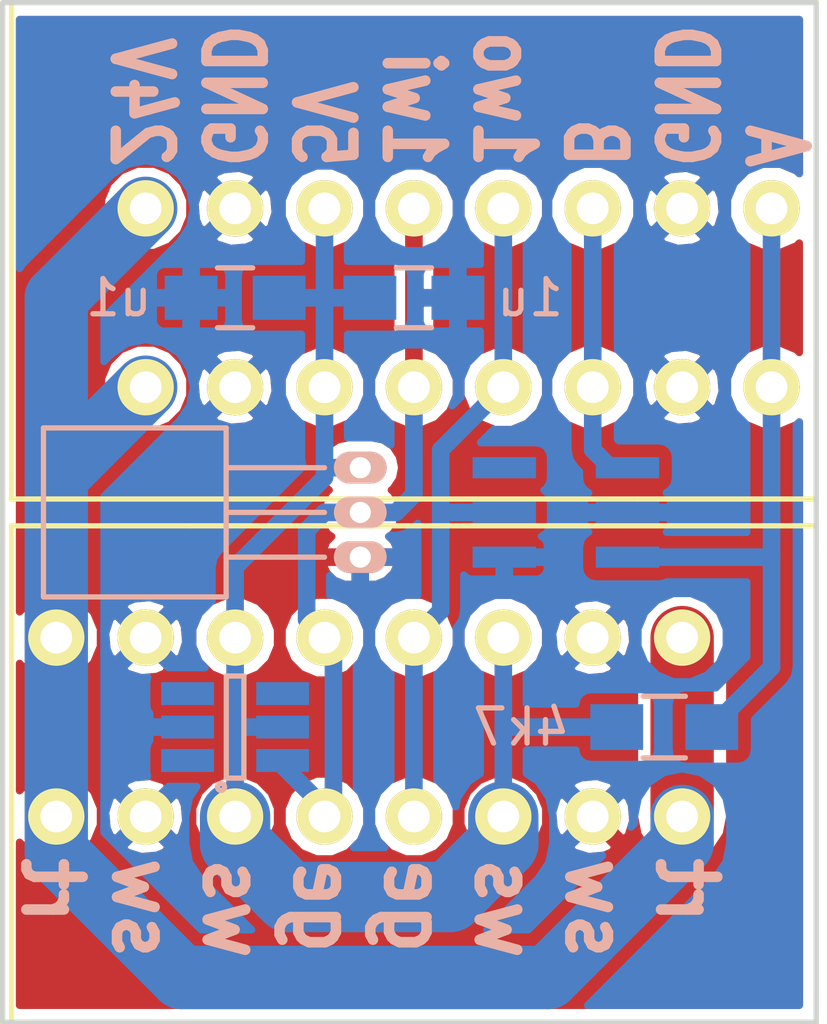
<source format=kicad_pcb>
(kicad_pcb (version 4) (host pcbnew 4.0.0-stable)

  (general
    (links 42)
    (no_connects 0)
    (area 138.100999 90.094999 161.365001 119.201001)
    (thickness 1.6)
    (drawings 8)
    (tracks 62)
    (zones 0)
    (modules 8)
    (nets 8)
  )

  (page A4)
  (layers
    (0 F.Cu signal hide)
    (31 B.Cu signal)
    (32 B.Adhes user hide)
    (33 F.Adhes user hide)
    (34 B.Paste user)
    (35 F.Paste user)
    (36 B.SilkS user)
    (37 F.SilkS user)
    (38 B.Mask user hide)
    (39 F.Mask user hide)
    (40 Dwgs.User user hide)
    (41 Cmts.User user)
    (42 Eco1.User user hide)
    (43 Eco2.User user)
    (44 Edge.Cuts user)
    (45 Margin user)
    (46 B.CrtYd user)
    (47 F.CrtYd user)
    (48 B.Fab user)
    (49 F.Fab user)
  )

  (setup
    (last_trace_width 0.5)
    (user_trace_width 0.5)
    (user_trace_width 1.8)
    (user_trace_width 2)
    (trace_clearance 0.2)
    (zone_clearance 0.3)
    (zone_45_only no)
    (trace_min 0.2)
    (segment_width 0.2)
    (edge_width 0.15)
    (via_size 0.6)
    (via_drill 0.4)
    (via_min_size 0.4)
    (via_min_drill 0.3)
    (uvia_size 0.3)
    (uvia_drill 0.1)
    (uvias_allowed no)
    (uvia_min_size 0.2)
    (uvia_min_drill 0.1)
    (pcb_text_width 0.3)
    (pcb_text_size 1.5 1.5)
    (mod_edge_width 0.15)
    (mod_text_size 1 1)
    (mod_text_width 0.15)
    (pad_size 1.524 1.524)
    (pad_drill 0.762)
    (pad_to_mask_clearance 0.2)
    (aux_axis_origin 0 0)
    (visible_elements 7FFFFF7F)
    (pcbplotparams
      (layerselection 0x010fc_80000001)
      (usegerberextensions false)
      (excludeedgelayer true)
      (linewidth 0.100000)
      (plotframeref false)
      (viasonmask false)
      (mode 1)
      (useauxorigin false)
      (hpglpennumber 1)
      (hpglpenspeed 20)
      (hpglpendiameter 15)
      (hpglpenoverlay 2)
      (psnegative false)
      (psa4output false)
      (plotreference false)
      (plotvalue false)
      (plotinvisibletext false)
      (padsonsilk false)
      (subtractmaskfromsilk true)
      (outputformat 1)
      (mirror false)
      (drillshape 0)
      (scaleselection 1)
      (outputdirectory gerber/))
  )

  (net 0 "")
  (net 1 GND)
  (net 2 +5V)
  (net 3 +24V)
  (net 4 /A)
  (net 5 /B)
  (net 6 /1Wi)
  (net 7 /1Wo)

  (net_class Default "Dies ist die voreingestellte Netzklasse."
    (clearance 0.2)
    (trace_width 0.25)
    (via_dia 0.6)
    (via_drill 0.4)
    (uvia_dia 0.3)
    (uvia_drill 0.1)
    (add_net +5V)
    (add_net /1Wi)
    (add_net /1Wo)
    (add_net GND)
  )

  (net_class 24V ""
    (clearance 0.35)
    (trace_width 0.25)
    (via_dia 0.6)
    (via_drill 0.4)
    (uvia_dia 0.3)
    (uvia_drill 0.1)
    (add_net +24V)
    (add_net /A)
    (add_net /B)
  )

  (module Capacitors_SMD:C_0805_HandSoldering (layer B.Cu) (tedit 57616163) (tstamp 57613838)
    (at 149.86 98.552)
    (descr "Capacitor SMD 0805, hand soldering")
    (tags "capacitor 0805")
    (path /57613F0A)
    (attr smd)
    (fp_text reference C1 (at 0 2.1) (layer B.SilkS) hide
      (effects (font (size 1 1) (thickness 0.15)) (justify mirror))
    )
    (fp_text value 1u (at 3.302 0) (layer B.SilkS)
      (effects (font (size 1 1) (thickness 0.15)) (justify mirror))
    )
    (fp_line (start -2.3 1) (end 2.3 1) (layer B.CrtYd) (width 0.05))
    (fp_line (start -2.3 -1) (end 2.3 -1) (layer B.CrtYd) (width 0.05))
    (fp_line (start -2.3 1) (end -2.3 -1) (layer B.CrtYd) (width 0.05))
    (fp_line (start 2.3 1) (end 2.3 -1) (layer B.CrtYd) (width 0.05))
    (fp_line (start 0.5 0.85) (end -0.5 0.85) (layer B.SilkS) (width 0.15))
    (fp_line (start -0.5 -0.85) (end 0.5 -0.85) (layer B.SilkS) (width 0.15))
    (pad 1 smd rect (at -1.25 0) (size 1.5 1.25) (layers B.Cu B.Paste B.Mask)
      (net 2 +5V))
    (pad 2 smd rect (at 1.25 0) (size 1.5 1.25) (layers B.Cu B.Paste B.Mask)
      (net 1 GND))
    (model Capacitors_SMD.3dshapes/C_0805_HandSoldering.wrl
      (at (xyz 0 0 0))
      (scale (xyz 1 1 1))
      (rotate (xyz 0 0 0))
    )
  )

  (module Capacitors_SMD:C_0805_HandSoldering (layer B.Cu) (tedit 57616168) (tstamp 5761383E)
    (at 144.78 98.552 180)
    (descr "Capacitor SMD 0805, hand soldering")
    (tags "capacitor 0805")
    (path /57614041)
    (attr smd)
    (fp_text reference C2 (at 0 2.1 180) (layer B.SilkS) hide
      (effects (font (size 1 1) (thickness 0.15)) (justify mirror))
    )
    (fp_text value u1 (at 3.302 0 180) (layer B.SilkS)
      (effects (font (size 1 1) (thickness 0.15)) (justify mirror))
    )
    (fp_line (start -2.3 1) (end 2.3 1) (layer B.CrtYd) (width 0.05))
    (fp_line (start -2.3 -1) (end 2.3 -1) (layer B.CrtYd) (width 0.05))
    (fp_line (start -2.3 1) (end -2.3 -1) (layer B.CrtYd) (width 0.05))
    (fp_line (start 2.3 1) (end 2.3 -1) (layer B.CrtYd) (width 0.05))
    (fp_line (start 0.5 0.85) (end -0.5 0.85) (layer B.SilkS) (width 0.15))
    (fp_line (start -0.5 -0.85) (end 0.5 -0.85) (layer B.SilkS) (width 0.15))
    (pad 1 smd rect (at -1.25 0 180) (size 1.5 1.25) (layers B.Cu B.Paste B.Mask)
      (net 2 +5V))
    (pad 2 smd rect (at 1.25 0 180) (size 1.5 1.25) (layers B.Cu B.Paste B.Mask)
      (net 1 GND))
    (model Capacitors_SMD.3dshapes/C_0805_HandSoldering.wrl
      (at (xyz 0 0 0))
      (scale (xyz 1 1 1))
      (rotate (xyz 0 0 0))
    )
  )

  (module sensact:KF141R-8p (layer F.Cu) (tedit 57616124) (tstamp 5761383F)
    (at 148.59 110.744)
    (path /56B0D7D4)
    (fp_text reference P1 (at -0.381 -0.127) (layer F.SilkS) hide
      (effects (font (size 1.5 1.5) (thickness 0.15)))
    )
    (fp_text value LOOP (at 0 9.779) (layer F.SilkS) hide
      (effects (font (size 1.5 1.5) (thickness 0.15)))
    )
    (fp_line (start 5.08 8.509) (end 12.7 8.509) (layer F.SilkS) (width 0.15))
    (fp_line (start 12.7 8.509) (end 12.7 7.62) (layer F.SilkS) (width 0.15))
    (fp_line (start 5.08 -5.715) (end 12.7 -5.715) (layer F.SilkS) (width 0.15))
    (fp_line (start 12.7 -5.715) (end 12.7 -5.08) (layer F.SilkS) (width 0.15))
    (fp_line (start 12.7 -5.08) (end 12.7 7.62) (layer F.SilkS) (width 0.15))
    (fp_line (start -5.08 8.509) (end -10.16 8.509) (layer F.SilkS) (width 0.15))
    (fp_line (start -10.16 8.509) (end -10.16 -5.715) (layer F.SilkS) (width 0.15))
    (fp_line (start -10.16 -5.715) (end -5.08 -5.715) (layer F.SilkS) (width 0.15))
    (fp_line (start 5.08 -5.715) (end -5.08 -5.715) (layer F.SilkS) (width 0.15))
    (fp_line (start 5.08 8.509) (end -5.08 8.509) (layer F.SilkS) (width 0.15))
    (pad 2 thru_hole circle (at -6.35 -2.54) (size 1.6 1.6) (drill 0.9) (layers *.Cu *.Mask F.SilkS)
      (net 1 GND))
    (pad 2 thru_hole circle (at -6.35 2.54) (size 1.6 1.6) (drill 0.9) (layers *.Cu *.Mask F.SilkS)
      (net 1 GND))
    (pad 3 thru_hole circle (at -3.81 -2.54) (size 1.6 1.6) (drill 0.9) (layers *.Cu *.Mask F.SilkS)
      (net 2 +5V))
    (pad 3 thru_hole circle (at -3.81 2.54) (size 1.6 1.6) (drill 0.9) (layers *.Cu *.Mask F.SilkS)
      (net 2 +5V))
    (pad 1 thru_hole circle (at -8.89 2.54) (size 1.6 1.6) (drill 0.9) (layers *.Cu *.Mask F.SilkS)
      (net 3 +24V))
    (pad 1 thru_hole circle (at -8.89 -2.54) (size 1.6 1.6) (drill 0.9) (layers *.Cu *.Mask F.SilkS)
      (net 3 +24V))
    (pad 4 thru_hole circle (at -1.27 2.54) (size 1.6 1.6) (drill 0.9) (layers *.Cu *.Mask F.SilkS)
      (net 6 /1Wi))
    (pad 4 thru_hole circle (at -1.27 -2.54) (size 1.6 1.6) (drill 0.9) (layers *.Cu *.Mask F.SilkS)
      (net 6 /1Wi))
    (pad 5 thru_hole circle (at 1.27 2.54) (size 1.6 1.6) (drill 0.9) (layers *.Cu *.Mask F.SilkS)
      (net 7 /1Wo))
    (pad 6 thru_hole circle (at 3.81 2.54) (size 1.6 1.6) (drill 0.9) (layers *.Cu *.Mask F.SilkS)
      (net 2 +5V))
    (pad 7 thru_hole circle (at 6.35 2.54) (size 1.6 1.6) (drill 0.9) (layers *.Cu *.Mask F.SilkS)
      (net 1 GND))
    (pad 8 thru_hole circle (at 8.89 2.54) (size 1.6 1.6) (drill 0.9) (layers *.Cu *.Mask F.SilkS)
      (net 3 +24V))
    (pad 5 thru_hole circle (at 1.27 -2.54) (size 1.6 1.6) (drill 0.9) (layers *.Cu *.Mask F.SilkS)
      (net 7 /1Wo))
    (pad 6 thru_hole circle (at 3.81 -2.54) (size 1.6 1.6) (drill 0.9) (layers *.Cu *.Mask F.SilkS)
      (net 2 +5V))
    (pad 7 thru_hole circle (at 6.35 -2.54) (size 1.6 1.6) (drill 0.9) (layers *.Cu *.Mask F.SilkS)
      (net 1 GND))
    (pad 8 thru_hole circle (at 8.89 -2.54) (size 1.6 1.6) (drill 0.9) (layers *.Cu *.Mask F.SilkS)
      (net 3 +24V))
  )

  (module sensact:KF141R-8p (layer F.Cu) (tedit 5761610C) (tstamp 57613852)
    (at 151.13 98.552 180)
    (path /576133CD)
    (fp_text reference P2 (at -0.381 -0.127 180) (layer F.SilkS) hide
      (effects (font (size 1.5 1.5) (thickness 0.15)))
    )
    (fp_text value FLOOR+WINDOW (at 0 9.779 180) (layer F.SilkS) hide
      (effects (font (size 1.5 1.5) (thickness 0.15)))
    )
    (fp_line (start 5.08 8.509) (end 12.7 8.509) (layer F.SilkS) (width 0.15))
    (fp_line (start 12.7 8.509) (end 12.7 7.62) (layer F.SilkS) (width 0.15))
    (fp_line (start 5.08 -5.715) (end 12.7 -5.715) (layer F.SilkS) (width 0.15))
    (fp_line (start 12.7 -5.715) (end 12.7 -5.08) (layer F.SilkS) (width 0.15))
    (fp_line (start 12.7 -5.08) (end 12.7 7.62) (layer F.SilkS) (width 0.15))
    (fp_line (start -5.08 8.509) (end -10.16 8.509) (layer F.SilkS) (width 0.15))
    (fp_line (start -10.16 8.509) (end -10.16 -5.715) (layer F.SilkS) (width 0.15))
    (fp_line (start -10.16 -5.715) (end -5.08 -5.715) (layer F.SilkS) (width 0.15))
    (fp_line (start 5.08 -5.715) (end -5.08 -5.715) (layer F.SilkS) (width 0.15))
    (fp_line (start 5.08 8.509) (end -5.08 8.509) (layer F.SilkS) (width 0.15))
    (pad 2 thru_hole circle (at -6.35 -2.54 180) (size 1.6 1.6) (drill 0.9) (layers *.Cu *.Mask F.SilkS)
      (net 1 GND))
    (pad 2 thru_hole circle (at -6.35 2.54 180) (size 1.6 1.6) (drill 0.9) (layers *.Cu *.Mask F.SilkS)
      (net 1 GND))
    (pad 3 thru_hole circle (at -3.81 -2.54 180) (size 1.6 1.6) (drill 0.9) (layers *.Cu *.Mask F.SilkS)
      (net 5 /B))
    (pad 3 thru_hole circle (at -3.81 2.54 180) (size 1.6 1.6) (drill 0.9) (layers *.Cu *.Mask F.SilkS)
      (net 5 /B))
    (pad 1 thru_hole circle (at -8.89 2.54 180) (size 1.6 1.6) (drill 0.9) (layers *.Cu *.Mask F.SilkS)
      (net 4 /A))
    (pad 1 thru_hole circle (at -8.89 -2.54 180) (size 1.6 1.6) (drill 0.9) (layers *.Cu *.Mask F.SilkS)
      (net 4 /A))
    (pad 4 thru_hole circle (at -1.27 2.54 180) (size 1.6 1.6) (drill 0.9) (layers *.Cu *.Mask F.SilkS)
      (net 7 /1Wo))
    (pad 4 thru_hole circle (at -1.27 -2.54 180) (size 1.6 1.6) (drill 0.9) (layers *.Cu *.Mask F.SilkS)
      (net 7 /1Wo))
    (pad 5 thru_hole circle (at 1.27 2.54 180) (size 1.6 1.6) (drill 0.9) (layers *.Cu *.Mask F.SilkS)
      (net 6 /1Wi))
    (pad 6 thru_hole circle (at 3.81 2.54 180) (size 1.6 1.6) (drill 0.9) (layers *.Cu *.Mask F.SilkS)
      (net 2 +5V))
    (pad 7 thru_hole circle (at 6.35 2.54 180) (size 1.6 1.6) (drill 0.9) (layers *.Cu *.Mask F.SilkS)
      (net 1 GND))
    (pad 8 thru_hole circle (at 8.89 2.54 180) (size 1.6 1.6) (drill 0.9) (layers *.Cu *.Mask F.SilkS)
      (net 3 +24V))
    (pad 5 thru_hole circle (at 1.27 -2.54 180) (size 1.6 1.6) (drill 0.9) (layers *.Cu *.Mask F.SilkS)
      (net 6 /1Wi))
    (pad 6 thru_hole circle (at 3.81 -2.54 180) (size 1.6 1.6) (drill 0.9) (layers *.Cu *.Mask F.SilkS)
      (net 2 +5V))
    (pad 7 thru_hole circle (at 6.35 -2.54 180) (size 1.6 1.6) (drill 0.9) (layers *.Cu *.Mask F.SilkS)
      (net 1 GND))
    (pad 8 thru_hole circle (at 8.89 -2.54 180) (size 1.6 1.6) (drill 0.9) (layers *.Cu *.Mask F.SilkS)
      (net 3 +24V))
  )

  (module Resistors_SMD:R_0805_HandSoldering (layer B.Cu) (tedit 57616438) (tstamp 5761386A)
    (at 156.972 110.744)
    (descr "Resistor SMD 0805, hand soldering")
    (tags "resistor 0805")
    (path /57613B8D)
    (attr smd)
    (fp_text reference R1 (at 0 2.1) (layer B.SilkS) hide
      (effects (font (size 1 1) (thickness 0.15)) (justify mirror))
    )
    (fp_text value 4k7 (at -4.064 0) (layer B.SilkS)
      (effects (font (size 1 1) (thickness 0.15)) (justify mirror))
    )
    (fp_line (start -2.4 1) (end 2.4 1) (layer B.CrtYd) (width 0.05))
    (fp_line (start -2.4 -1) (end 2.4 -1) (layer B.CrtYd) (width 0.05))
    (fp_line (start -2.4 1) (end -2.4 -1) (layer B.CrtYd) (width 0.05))
    (fp_line (start 2.4 1) (end 2.4 -1) (layer B.CrtYd) (width 0.05))
    (fp_line (start 0.6 -0.875) (end -0.6 -0.875) (layer B.SilkS) (width 0.15))
    (fp_line (start -0.6 0.875) (end 0.6 0.875) (layer B.SilkS) (width 0.15))
    (pad 1 smd rect (at -1.35 0) (size 1.5 1.3) (layers B.Cu B.Paste B.Mask)
      (net 2 +5V))
    (pad 2 smd rect (at 1.35 0) (size 1.5 1.3) (layers B.Cu B.Paste B.Mask)
      (net 4 /A))
    (model Resistors_SMD.3dshapes/R_0805_HandSoldering.wrl
      (at (xyz 0 0 0))
      (scale (xyz 1 1 1))
      (rotate (xyz 0 0 0))
    )
  )

  (module sensact:TSOC6 (layer B.Cu) (tedit 5761612D) (tstamp 5761386B)
    (at 154.178 104.648)
    (path /56B0DB8B)
    (fp_text reference U1 (at 0 3.81) (layer B.SilkS) hide
      (effects (font (size 1 1) (thickness 0.15)) (justify mirror))
    )
    (fp_text value DS2413 (at 0 2.54) (layer B.Fab) hide
      (effects (font (size 1 1) (thickness 0.15)) (justify mirror))
    )
    (fp_line (start -2.794 -1.778) (end 2.794 -1.778) (layer B.CrtYd) (width 0.15))
    (fp_line (start 2.794 -1.778) (end 2.794 1.778) (layer B.CrtYd) (width 0.15))
    (fp_line (start 2.794 1.778) (end -2.794 1.778) (layer B.CrtYd) (width 0.15))
    (fp_line (start -2.794 1.778) (end -2.794 -1.778) (layer B.CrtYd) (width 0.15))
    (pad 1 smd rect (at -1.75 1.27) (size 1.8 0.6) (layers B.Cu B.Paste B.Mask)
      (net 1 GND))
    (pad 2 smd rect (at -1.75 0) (size 1.8 0.6) (layers B.Cu B.Paste B.Mask)
      (net 7 /1Wo))
    (pad 3 smd rect (at -1.75 -1.27) (size 1.8 0.6) (layers B.Cu B.Paste B.Mask))
    (pad 4 smd rect (at 1.75 -1.27) (size 1.8 0.6) (layers B.Cu B.Paste B.Mask)
      (net 5 /B))
    (pad 5 smd rect (at 1.75 0) (size 1.8 0.6) (layers B.Cu B.Paste B.Mask)
      (net 1 GND))
    (pad 6 smd rect (at 1.75 1.27) (size 1.8 0.6) (layers B.Cu B.Paste B.Mask)
      (net 4 /A))
  )

  (module sensact:SOT-23-6_handsolder (layer B.Cu) (tedit 57616174) (tstamp 57613883)
    (at 144.78 110.744)
    (descr "6-pin SOT-23 package")
    (tags SOT-23-6)
    (path /57613286)
    (attr smd)
    (fp_text reference U3 (at 0 2.7) (layer B.SilkS) hide
      (effects (font (size 1 1) (thickness 0.15)) (justify mirror))
    )
    (fp_text value SRV05 (at 0 -2.6) (layer B.Fab) hide
      (effects (font (size 1 1) (thickness 0.15)) (justify mirror))
    )
    (fp_line (start 2.2 -1.6) (end -2.2 -1.6) (layer B.CrtYd) (width 0.1))
    (fp_line (start -2.2 -1.6) (end -2.2 1.6) (layer B.CrtYd) (width 0.1))
    (fp_line (start 2.2 1.6) (end 2.2 -1.6) (layer B.CrtYd) (width 0.1))
    (fp_line (start -2.2 1.6) (end 2.2 1.6) (layer B.CrtYd) (width 0.1))
    (fp_circle (center -0.4 1.7) (end -0.3 1.7) (layer B.SilkS) (width 0.15))
    (fp_line (start 0.25 1.45) (end -0.25 1.45) (layer B.SilkS) (width 0.15))
    (fp_line (start 0.25 -1.45) (end 0.25 1.45) (layer B.SilkS) (width 0.15))
    (fp_line (start -0.25 -1.45) (end 0.25 -1.45) (layer B.SilkS) (width 0.15))
    (fp_line (start -0.25 1.45) (end -0.25 -1.45) (layer B.SilkS) (width 0.15))
    (pad 1 smd rect (at -1.35 0.95) (size 1.5 0.65) (layers B.Cu B.Paste B.Mask))
    (pad 2 smd rect (at -1.35 0) (size 1.5 0.65) (layers B.Cu B.Paste B.Mask)
      (net 1 GND))
    (pad 3 smd rect (at -1.35 -0.95) (size 1.5 0.65) (layers B.Cu B.Paste B.Mask))
    (pad 4 smd rect (at 1.35 -0.95) (size 1.5 0.65) (layers B.Cu B.Paste B.Mask))
    (pad 6 smd rect (at 1.35 0.95) (size 1.5 0.65) (layers B.Cu B.Paste B.Mask)
      (net 6 /1Wi))
    (pad 5 smd rect (at 1.35 0) (size 1.5 0.65) (layers B.Cu B.Paste B.Mask)
      (net 2 +5V))
    (model TO_SOT_Packages_SMD.3dshapes/SOT-23-6.wrl
      (at (xyz 0 0 0))
      (scale (xyz 1 1 1))
      (rotate (xyz 0 0 0))
    )
  )

  (module TO_SOT_Packages_THT:TO-92_Horizontal1_Inline_Narrow_Oval (layer B.Cu) (tedit 57616137) (tstamp 57614199)
    (at 148.336 105.918 90)
    (descr "TO-92 horizontal, leads in-line, narrow, oval pads, drill 0.6mm (see NXP sot054_po.pdf)")
    (tags "to-92 sc-43 sc-43a sot54 PA33 transistor")
    (path /576134F6)
    (fp_text reference U2 (at 0 2 90) (layer B.SilkS) hide
      (effects (font (size 1 1) (thickness 0.15)) (justify mirror))
    )
    (fp_text value DS18B20 (at 0 -11 90) (layer B.Fab) hide
      (effects (font (size 1 1) (thickness 0.15)) (justify mirror))
    )
    (fp_line (start 0 -1.016) (end 0 -3.81) (layer B.SilkS) (width 0.15))
    (fp_line (start 1.27 -1.016) (end 1.27 -3.81) (layer B.SilkS) (width 0.15))
    (fp_line (start 2.54 -1.016) (end 2.54 -3.81) (layer B.SilkS) (width 0.15))
    (fp_line (start -1.13 -3.81) (end 3.67 -3.81) (layer B.SilkS) (width 0.15))
    (fp_line (start 3.67 -3.81) (end 3.67 -9) (layer B.SilkS) (width 0.15))
    (fp_line (start 3.67 -9) (end -1.13 -9) (layer B.SilkS) (width 0.15))
    (fp_line (start -1.13 -9) (end -1.13 -3.81) (layer B.SilkS) (width 0.15))
    (fp_line (start -1.4 -9.25) (end -1.4 1) (layer B.CrtYd) (width 0.05))
    (fp_line (start -1.4 -9.25) (end 3.95 -9.25) (layer B.CrtYd) (width 0.05))
    (fp_line (start 3.95 -9.25) (end 3.95 1) (layer B.CrtYd) (width 0.05))
    (fp_line (start -1.4 1) (end 3.95 1) (layer B.CrtYd) (width 0.05))
    (pad 2 thru_hole oval (at 1.27 0 270) (size 0.89916 1.50114) (drill 0.6) (layers *.Cu *.Mask B.SilkS)
      (net 6 /1Wi))
    (pad 3 thru_hole oval (at 2.54 0 270) (size 0.89916 1.50114) (drill 0.6) (layers *.Cu *.Mask B.SilkS)
      (net 2 +5V))
    (pad 1 thru_hole oval (at 0 0 270) (size 0.89916 1.50114) (drill 0.6) (layers *.Cu *.Mask B.SilkS)
      (net 1 GND))
    (model TO_SOT_Packages_THT.3dshapes/TO-92_Horizontal1_Inline_Narrow_Oval.wrl
      (at (xyz 0.05 0 0))
      (scale (xyz 1 1 1))
      (rotate (xyz 0 0 -90))
    )
  )

  (gr_line (start 138.176 90.17) (end 138.43 90.17) (angle 90) (layer Edge.Cuts) (width 0.15))
  (gr_line (start 138.176 119.126) (end 138.176 90.17) (angle 90) (layer Edge.Cuts) (width 0.15))
  (gr_line (start 138.684 119.126) (end 138.176 119.126) (angle 90) (layer Edge.Cuts) (width 0.15))
  (gr_line (start 161.29 90.17) (end 161.29 119.126) (angle 90) (layer Edge.Cuts) (width 0.15))
  (gr_line (start 138.43 90.17) (end 161.29 90.17) (angle 90) (layer Edge.Cuts) (width 0.15))
  (gr_line (start 161.29 119.126) (end 138.43 119.126) (angle 90) (layer Edge.Cuts) (width 0.15))
  (gr_text "A\nGND\nB\n1wo\n1wi\n5V\nGND\n24V" (at 151.13 94.996 270) (layer B.SilkS)
    (effects (font (size 1.6 1.3) (thickness 0.3)) (justify left mirror))
  )
  (gr_text "rt\nsw\nws\nge\nge\nws\nsw\nrt" (at 148.59 114.3 270) (layer B.SilkS)
    (effects (font (size 1.6 1.5) (thickness 0.3)) (justify right mirror))
  )

  (segment (start 147.32 103.378) (end 148.336 103.378) (width 0.5) (layer B.Cu) (net 2) (status 800000))
  (segment (start 144.78 108.204) (end 144.78 106.198048) (width 0.5) (layer B.Cu) (net 2) (status 400000))
  (segment (start 147.32 103.658048) (end 147.32 103.378) (width 0.5) (layer B.Cu) (net 2) (tstamp 5762A921))
  (segment (start 147.32 103.378) (end 147.32 101.092) (width 0.5) (layer B.Cu) (net 2) (tstamp 5762A927) (status 800000))
  (segment (start 144.78 106.198048) (end 147.32 103.658048) (width 0.5) (layer B.Cu) (net 2) (tstamp 5762A91C))
  (segment (start 147.32 96.012) (end 147.32 98.552) (width 0.5) (layer B.Cu) (net 2))
  (segment (start 147.32 98.552) (end 147.32 101.092) (width 0.5) (layer B.Cu) (net 2) (tstamp 57615F93))
  (segment (start 146.13 110.744) (end 144.78 110.744) (width 0.5) (layer B.Cu) (net 2))
  (segment (start 144.78 108.204) (end 144.78 110.744) (width 0.5) (layer B.Cu) (net 2))
  (segment (start 144.78 110.744) (end 144.78 113.284) (width 0.5) (layer B.Cu) (net 2) (tstamp 5761654C))
  (segment (start 155.622 110.744) (end 152.4 110.744) (width 0.5) (layer B.Cu) (net 2))
  (segment (start 144.78 113.284) (end 144.78 114.046) (width 2) (layer B.Cu) (net 2))
  (segment (start 144.78 114.046) (end 146.304 115.57) (width 2) (layer B.Cu) (net 2) (tstamp 576162FC))
  (segment (start 150.876 115.57) (end 152.4 114.046) (width 2) (layer B.Cu) (net 2) (tstamp 5761630F))
  (segment (start 146.304 115.57) (end 150.876 115.57) (width 2) (layer B.Cu) (net 2) (tstamp 5761630D))
  (segment (start 152.4 114.046) (end 152.4 113.284) (width 2) (layer B.Cu) (net 2) (tstamp 57616312))
  (segment (start 146.03 98.552) (end 147.32 98.552) (width 0.5) (layer B.Cu) (net 2))
  (segment (start 148.61 98.552) (end 147.32 98.552) (width 0.5) (layer B.Cu) (net 2))
  (segment (start 152.4 108.204) (end 152.4 110.744) (width 0.5) (layer B.Cu) (net 2))
  (segment (start 152.4 110.744) (end 152.4 113.284) (width 0.5) (layer B.Cu) (net 2) (tstamp 576163A5))
  (segment (start 147.3 95.992) (end 147.32 96.012) (width 0.5) (layer B.Cu) (net 2) (tstamp 57615D2A))
  (segment (start 139.7 103.632) (end 139.7 98.552) (width 1.8) (layer B.Cu) (net 3))
  (segment (start 139.7 98.552) (end 142.24 96.012) (width 1.8) (layer B.Cu) (net 3) (tstamp 57617338))
  (segment (start 139.7 108.204) (end 139.7 103.632) (width 1.8) (layer B.Cu) (net 3) (tstamp 57617330))
  (segment (start 139.7 103.632) (end 142.24 101.092) (width 1.8) (layer B.Cu) (net 3) (tstamp 57617332))
  (segment (start 157.48 113.284) (end 157.48 108.204) (width 1.8) (layer F.Cu) (net 3))
  (segment (start 139.7 113.284) (end 139.7 114.3) (width 1.8) (layer B.Cu) (net 3))
  (segment (start 153.67 117.856) (end 157.48 114.046) (width 1.8) (layer B.Cu) (net 3) (tstamp 57617356))
  (segment (start 143.256 117.856) (end 153.67 117.856) (width 1.8) (layer B.Cu) (net 3) (tstamp 57617355))
  (segment (start 139.7 114.3) (end 143.256 117.856) (width 1.8) (layer B.Cu) (net 3) (tstamp 57617350))
  (segment (start 157.48 114.046) (end 157.48 113.284) (width 1.8) (layer B.Cu) (net 3) (tstamp 5761735E))
  (segment (start 139.7 113.284) (end 139.7 108.204) (width 1.8) (layer B.Cu) (net 3))
  (segment (start 155.928 105.918) (end 160.02 105.918) (width 0.5) (layer B.Cu) (net 4))
  (segment (start 160.02 101.092) (end 160.02 96.012) (width 0.5) (layer B.Cu) (net 4))
  (segment (start 158.322 110.744) (end 160.02 109.046) (width 0.5) (layer B.Cu) (net 4))
  (segment (start 160.02 109.046) (end 160.02 105.918) (width 0.5) (layer B.Cu) (net 4) (tstamp 576173F7))
  (segment (start 160.02 105.918) (end 160.02 101.092) (width 0.5) (layer B.Cu) (net 4) (tstamp 57617406))
  (segment (start 154.94 101.092) (end 154.94 102.87) (width 0.5) (layer B.Cu) (net 5))
  (segment (start 154.94 102.87) (end 155.448 103.378) (width 0.5) (layer B.Cu) (net 5) (tstamp 5762A7ED))
  (segment (start 155.448 103.378) (end 155.928 103.378) (width 0.5) (layer B.Cu) (net 5) (tstamp 5762A7F7))
  (segment (start 154.94 96.012) (end 154.94 101.092) (width 0.5) (layer B.Cu) (net 5))
  (segment (start 149.86 101.092) (end 149.86 96.012) (width 0.5) (layer F.Cu) (net 6))
  (segment (start 148.336 104.648) (end 149.352 104.648) (width 0.5) (layer B.Cu) (net 6))
  (segment (start 149.86 104.14) (end 149.86 101.092) (width 0.5) (layer B.Cu) (net 6) (tstamp 5762A6FE))
  (segment (start 149.352 104.648) (end 149.86 104.14) (width 0.5) (layer B.Cu) (net 6) (tstamp 5762A6FC))
  (segment (start 147.32 108.204) (end 146.812 107.696) (width 0.5) (layer B.Cu) (net 6))
  (segment (start 146.812 107.696) (end 146.812 105.156) (width 0.5) (layer B.Cu) (net 6) (tstamp 5762A6DA))
  (segment (start 147.32 104.648) (end 148.336 104.648) (width 0.5) (layer B.Cu) (net 6) (tstamp 5762A6F0))
  (segment (start 146.812 105.156) (end 147.32 104.648) (width 0.5) (layer B.Cu) (net 6) (tstamp 5762A6E3))
  (segment (start 147.32 113.284) (end 147.32 113.03) (width 0.5) (layer B.Cu) (net 6))
  (segment (start 147.32 113.03) (end 146.13 111.84) (width 0.5) (layer B.Cu) (net 6) (tstamp 576164F0))
  (segment (start 146.13 111.84) (end 146.13 111.694) (width 0.5) (layer B.Cu) (net 6) (tstamp 576164F5))
  (segment (start 147.32 108.204) (end 147.574 108.458) (width 0.5) (layer B.Cu) (net 6))
  (segment (start 147.574 108.458) (end 147.574 113.03) (width 0.5) (layer B.Cu) (net 6) (tstamp 576164CA))
  (segment (start 147.574 113.03) (end 147.32 113.284) (width 0.5) (layer B.Cu) (net 6) (tstamp 576164CD))
  (segment (start 152.428 104.648) (end 150.622 104.648) (width 0.5) (layer B.Cu) (net 7))
  (segment (start 152.4 101.092) (end 150.622 102.87) (width 0.5) (layer B.Cu) (net 7))
  (segment (start 150.622 107.442) (end 149.86 108.204) (width 0.5) (layer B.Cu) (net 7) (tstamp 5762A7D1))
  (segment (start 150.622 102.87) (end 150.622 104.648) (width 0.5) (layer B.Cu) (net 7) (tstamp 5762A7C9))
  (segment (start 150.622 104.648) (end 150.622 107.442) (width 0.5) (layer B.Cu) (net 7) (tstamp 5762A7D8))
  (segment (start 149.86 108.204) (end 149.86 113.284) (width 0.5) (layer B.Cu) (net 7))
  (segment (start 152.4 101.092) (end 152.4 96.012) (width 0.5) (layer B.Cu) (net 7))

  (zone (net 1) (net_name GND) (layer B.Cu) (tstamp 57615FB8) (hatch edge 0.508)
    (connect_pads (clearance 0.3))
    (min_thickness 0.21)
    (fill yes (arc_segments 16) (thermal_gap 0.22) (thermal_bridge_width 0.5))
    (polygon
      (pts
        (xy 161.29 119.126) (xy 138.43 119.126) (xy 138.43 90.17) (xy 161.29 90.17)
      )
    )
    (filled_polygon
      (pts
        (xy 160.81 95.026991) (xy 160.731829 94.948683) (xy 160.27073 94.757218) (xy 159.77146 94.756783) (xy 159.310028 94.947442)
        (xy 158.956683 95.300171) (xy 158.765218 95.76127) (xy 158.764783 96.26054) (xy 158.955442 96.721972) (xy 159.308171 97.075317)
        (xy 159.315 97.078153) (xy 159.315 100.025388) (xy 159.310028 100.027442) (xy 158.956683 100.380171) (xy 158.765218 100.84127)
        (xy 158.764783 101.34054) (xy 158.955442 101.801972) (xy 159.308171 102.155317) (xy 159.315 102.158153) (xy 159.315 105.213)
        (xy 157.041217 105.213) (xy 157.030168 105.205451) (xy 157.103521 105.132098) (xy 157.153 105.012647) (xy 157.153 104.87425)
        (xy 157.07175 104.793) (xy 156.073 104.793) (xy 156.073 104.813) (xy 155.783 104.813) (xy 155.783 104.793)
        (xy 154.78425 104.793) (xy 154.703 104.87425) (xy 154.703 105.012647) (xy 154.752479 105.132098) (xy 154.827022 105.206641)
        (xy 154.704527 105.285464) (xy 154.600637 105.437512) (xy 154.564087 105.618) (xy 154.564087 106.218) (xy 154.595814 106.386613)
        (xy 154.695464 106.541473) (xy 154.847512 106.645363) (xy 155.028 106.681913) (xy 156.828 106.681913) (xy 156.996613 106.650186)
        (xy 157.038861 106.623) (xy 159.315 106.623) (xy 159.315 108.753979) (xy 158.438893 109.630087) (xy 157.572 109.630087)
        (xy 157.403387 109.661814) (xy 157.248527 109.761464) (xy 157.144637 109.913512) (xy 157.108087 110.094) (xy 157.108087 111.394)
        (xy 157.139814 111.562613) (xy 157.239464 111.717473) (xy 157.391512 111.821363) (xy 157.572 111.857913) (xy 159.072 111.857913)
        (xy 159.240613 111.826186) (xy 159.395473 111.726536) (xy 159.499363 111.574488) (xy 159.535913 111.394) (xy 159.535913 110.527107)
        (xy 160.518511 109.54451) (xy 160.610122 109.407403) (xy 160.671335 109.315792) (xy 160.725 109.046) (xy 160.725 102.158612)
        (xy 160.729972 102.156558) (xy 160.81 102.07667) (xy 160.81 118.646) (xy 154.79626 118.646) (xy 158.438127 115.004132)
        (xy 158.43813 115.00413) (xy 158.731857 114.564536) (xy 158.774818 114.348558) (xy 158.835001 114.046) (xy 158.835 114.045995)
        (xy 158.835 113.284) (xy 158.731857 112.765464) (xy 158.43813 112.32587) (xy 157.998536 112.032143) (xy 157.48 111.929)
        (xy 156.961464 112.032143) (xy 156.52187 112.32587) (xy 156.228143 112.765464) (xy 156.125 113.284) (xy 156.125 113.484741)
        (xy 156.024654 113.585087) (xy 156.080249 113.408629) (xy 156.041147 112.962788) (xy 155.945759 112.732503) (xy 155.78915 112.639911)
        (xy 155.145061 113.284) (xy 155.159204 113.298143) (xy 154.954143 113.503204) (xy 154.94 113.489061) (xy 154.295911 114.13315)
        (xy 154.388503 114.289759) (xy 154.815371 114.424249) (xy 155.221073 114.388667) (xy 153.10874 116.501) (xy 151.93197 116.501)
        (xy 153.393485 115.039485) (xy 153.541118 114.818536) (xy 153.698051 114.58367) (xy 153.805 114.046) (xy 153.805 113.284)
        (xy 153.78021 113.159371) (xy 153.799751 113.159371) (xy 153.838853 113.605212) (xy 153.934241 113.835497) (xy 154.09085 113.928089)
        (xy 154.734939 113.284) (xy 154.09085 112.639911) (xy 153.934241 112.732503) (xy 153.799751 113.159371) (xy 153.78021 113.159371)
        (xy 153.698051 112.74633) (xy 153.489927 112.43485) (xy 154.295911 112.43485) (xy 154.94 113.078939) (xy 155.584089 112.43485)
        (xy 155.491497 112.278241) (xy 155.064629 112.143751) (xy 154.618788 112.182853) (xy 154.388503 112.278241) (xy 154.295911 112.43485)
        (xy 153.489927 112.43485) (xy 153.393485 112.290515) (xy 153.055 112.064346) (xy 153.055 111.399) (xy 154.460007 111.399)
        (xy 154.487306 111.544084) (xy 154.576006 111.681927) (xy 154.711346 111.774401) (xy 154.872 111.806934) (xy 156.372 111.806934)
        (xy 156.522084 111.778694) (xy 156.659927 111.689994) (xy 156.752401 111.554654) (xy 156.784934 111.394) (xy 156.784934 110.094)
        (xy 156.756694 109.943916) (xy 156.667994 109.806073) (xy 156.532654 109.713599) (xy 156.372 109.681066) (xy 154.872 109.681066)
        (xy 154.721916 109.709306) (xy 154.584073 109.798006) (xy 154.491599 109.933346) (xy 154.460079 110.089) (xy 153.055 110.089)
        (xy 153.055 109.237171) (xy 153.081686 109.226145) (xy 153.254982 109.05315) (xy 154.295911 109.05315) (xy 154.388503 109.209759)
        (xy 154.815371 109.344249) (xy 155.261212 109.305147) (xy 155.491497 109.209759) (xy 155.584089 109.05315) (xy 154.94 108.409061)
        (xy 154.295911 109.05315) (xy 153.254982 109.05315) (xy 153.420953 108.887469) (xy 153.60479 108.444741) (xy 153.605108 108.079371)
        (xy 153.799751 108.079371) (xy 153.838853 108.525212) (xy 153.934241 108.755497) (xy 154.09085 108.848089) (xy 154.734939 108.204)
        (xy 155.145061 108.204) (xy 155.78915 108.848089) (xy 155.945759 108.755497) (xy 156.041209 108.45254) (xy 156.224783 108.45254)
        (xy 156.415442 108.913972) (xy 156.768171 109.267317) (xy 157.22927 109.458782) (xy 157.72854 109.459217) (xy 158.189972 109.268558)
        (xy 158.543317 108.915829) (xy 158.734782 108.45473) (xy 158.735217 107.95546) (xy 158.544558 107.494028) (xy 158.191829 107.140683)
        (xy 157.73073 106.949218) (xy 157.23146 106.948783) (xy 156.770028 107.139442) (xy 156.416683 107.492171) (xy 156.225218 107.95327)
        (xy 156.224783 108.45254) (xy 156.041209 108.45254) (xy 156.080249 108.328629) (xy 156.041147 107.882788) (xy 155.945759 107.652503)
        (xy 155.78915 107.559911) (xy 155.145061 108.204) (xy 154.734939 108.204) (xy 154.09085 107.559911) (xy 153.934241 107.652503)
        (xy 153.799751 108.079371) (xy 153.605108 108.079371) (xy 153.605208 107.965362) (xy 153.422145 107.522314) (xy 153.254973 107.35485)
        (xy 154.295911 107.35485) (xy 154.94 107.998939) (xy 155.584089 107.35485) (xy 155.491497 107.198241) (xy 155.064629 107.063751)
        (xy 154.618788 107.102853) (xy 154.388503 107.198241) (xy 154.295911 107.35485) (xy 153.254973 107.35485) (xy 153.083469 107.183047)
        (xy 152.640741 106.99921) (xy 152.161362 106.998792) (xy 151.718314 107.181855) (xy 151.379047 107.520531) (xy 151.19521 107.963259)
        (xy 151.194792 108.442638) (xy 151.377855 108.885686) (xy 151.716531 109.224953) (xy 151.745 109.236774) (xy 151.745 112.064346)
        (xy 151.406515 112.290515) (xy 151.101949 112.74633) (xy 151.049858 113.008211) (xy 150.882145 112.602314) (xy 150.543469 112.263047)
        (xy 150.515 112.251226) (xy 150.515 109.237171) (xy 150.541686 109.226145) (xy 150.880953 108.887469) (xy 151.06479 108.444741)
        (xy 151.065208 107.965362) (xy 151.053437 107.936873) (xy 151.085155 107.905155) (xy 151.120098 107.852859) (xy 151.227141 107.692658)
        (xy 151.277 107.442) (xy 151.277 106.426619) (xy 151.343903 106.493522) (xy 151.463354 106.543) (xy 152.20175 106.543)
        (xy 152.283 106.46175) (xy 152.283 106.063) (xy 152.573 106.063) (xy 152.573 106.46175) (xy 152.65425 106.543)
        (xy 153.392646 106.543) (xy 153.512097 106.493522) (xy 153.603521 106.402098) (xy 153.653 106.282647) (xy 153.653 106.14425)
        (xy 153.57175 106.063) (xy 152.573 106.063) (xy 152.283 106.063) (xy 152.263 106.063) (xy 152.263 105.773)
        (xy 152.283 105.773) (xy 152.283 105.753) (xy 152.573 105.753) (xy 152.573 105.773) (xy 153.57175 105.773)
        (xy 153.653 105.69175) (xy 153.653 105.553353) (xy 153.603521 105.433902) (xy 153.512097 105.342478) (xy 153.482154 105.330075)
        (xy 153.615927 105.243994) (xy 153.708401 105.108654) (xy 153.740934 104.948) (xy 153.740934 104.348) (xy 153.712694 104.197916)
        (xy 153.623994 104.060073) (xy 153.555202 104.01307) (xy 153.615927 103.973994) (xy 153.708401 103.838654) (xy 153.740934 103.678)
        (xy 153.740934 103.078) (xy 153.712694 102.927916) (xy 153.623994 102.790073) (xy 153.488654 102.697599) (xy 153.328 102.665066)
        (xy 151.753244 102.665066) (xy 152.132593 102.285717) (xy 152.159259 102.29679) (xy 152.638638 102.297208) (xy 153.081686 102.114145)
        (xy 153.420953 101.775469) (xy 153.60479 101.332741) (xy 153.605208 100.853362) (xy 153.422145 100.410314) (xy 153.083469 100.071047)
        (xy 153.055 100.059226) (xy 153.055 97.045171) (xy 153.081686 97.034145) (xy 153.420953 96.695469) (xy 153.601551 96.26054)
        (xy 153.684783 96.26054) (xy 153.875442 96.721972) (xy 154.228171 97.075317) (xy 154.235 97.078153) (xy 154.235 100.025388)
        (xy 154.230028 100.027442) (xy 153.876683 100.380171) (xy 153.685218 100.84127) (xy 153.684783 101.34054) (xy 153.875442 101.801972)
        (xy 154.228171 102.155317) (xy 154.235 102.158153) (xy 154.235 102.87) (xy 154.288665 103.139792) (xy 154.44149 103.36851)
        (xy 154.564087 103.491107) (xy 154.564087 103.678) (xy 154.595814 103.846613) (xy 154.695464 104.001473) (xy 154.825832 104.090549)
        (xy 154.752479 104.163902) (xy 154.703 104.283353) (xy 154.703 104.42175) (xy 154.78425 104.503) (xy 155.783 104.503)
        (xy 155.783 104.483) (xy 156.073 104.483) (xy 156.073 104.503) (xy 157.07175 104.503) (xy 157.153 104.42175)
        (xy 157.153 104.283353) (xy 157.103521 104.163902) (xy 157.028978 104.089359) (xy 157.151473 104.010536) (xy 157.255363 103.858488)
        (xy 157.291913 103.678) (xy 157.291913 103.078) (xy 157.260186 102.909387) (xy 157.160536 102.754527) (xy 157.008488 102.650637)
        (xy 156.828 102.614087) (xy 155.681107 102.614087) (xy 155.645 102.57798) (xy 155.645 102.158612) (xy 155.649972 102.156558)
        (xy 155.865756 101.94115) (xy 156.835911 101.94115) (xy 156.928503 102.097759) (xy 157.355371 102.232249) (xy 157.801212 102.193147)
        (xy 158.031497 102.097759) (xy 158.124089 101.94115) (xy 157.48 101.297061) (xy 156.835911 101.94115) (xy 155.865756 101.94115)
        (xy 156.003317 101.803829) (xy 156.194782 101.34273) (xy 156.195109 100.967371) (xy 156.339751 100.967371) (xy 156.378853 101.413212)
        (xy 156.474241 101.643497) (xy 156.63085 101.736089) (xy 157.274939 101.092) (xy 157.685061 101.092) (xy 158.32915 101.736089)
        (xy 158.485759 101.643497) (xy 158.620249 101.216629) (xy 158.581147 100.770788) (xy 158.485759 100.540503) (xy 158.32915 100.447911)
        (xy 157.685061 101.092) (xy 157.274939 101.092) (xy 156.63085 100.447911) (xy 156.474241 100.540503) (xy 156.339751 100.967371)
        (xy 156.195109 100.967371) (xy 156.195217 100.84346) (xy 156.004558 100.382028) (xy 155.865623 100.24285) (xy 156.835911 100.24285)
        (xy 157.48 100.886939) (xy 158.124089 100.24285) (xy 158.031497 100.086241) (xy 157.604629 99.951751) (xy 157.158788 99.990853)
        (xy 156.928503 100.086241) (xy 156.835911 100.24285) (xy 155.865623 100.24285) (xy 155.651829 100.028683) (xy 155.645 100.025847)
        (xy 155.645 97.078612) (xy 155.649972 97.076558) (xy 155.865756 96.86115) (xy 156.835911 96.86115) (xy 156.928503 97.017759)
        (xy 157.355371 97.152249) (xy 157.801212 97.113147) (xy 158.031497 97.017759) (xy 158.124089 96.86115) (xy 157.48 96.217061)
        (xy 156.835911 96.86115) (xy 155.865756 96.86115) (xy 156.003317 96.723829) (xy 156.194782 96.26273) (xy 156.195109 95.887371)
        (xy 156.339751 95.887371) (xy 156.378853 96.333212) (xy 156.474241 96.563497) (xy 156.63085 96.656089) (xy 157.274939 96.012)
        (xy 157.685061 96.012) (xy 158.32915 96.656089) (xy 158.485759 96.563497) (xy 158.620249 96.136629) (xy 158.581147 95.690788)
        (xy 158.485759 95.460503) (xy 158.32915 95.367911) (xy 157.685061 96.012) (xy 157.274939 96.012) (xy 156.63085 95.367911)
        (xy 156.474241 95.460503) (xy 156.339751 95.887371) (xy 156.195109 95.887371) (xy 156.195217 95.76346) (xy 156.004558 95.302028)
        (xy 155.865623 95.16285) (xy 156.835911 95.16285) (xy 157.48 95.806939) (xy 158.124089 95.16285) (xy 158.031497 95.006241)
        (xy 157.604629 94.871751) (xy 157.158788 94.910853) (xy 156.928503 95.006241) (xy 156.835911 95.16285) (xy 155.865623 95.16285)
        (xy 155.651829 94.948683) (xy 155.19073 94.757218) (xy 154.69146 94.756783) (xy 154.230028 94.947442) (xy 153.876683 95.300171)
        (xy 153.685218 95.76127) (xy 153.684783 96.26054) (xy 153.601551 96.26054) (xy 153.60479 96.252741) (xy 153.605208 95.773362)
        (xy 153.422145 95.330314) (xy 153.083469 94.991047) (xy 152.640741 94.80721) (xy 152.161362 94.806792) (xy 151.718314 94.989855)
        (xy 151.379047 95.328531) (xy 151.19521 95.771259) (xy 151.194792 96.250638) (xy 151.377855 96.693686) (xy 151.716531 97.032953)
        (xy 151.745 97.044774) (xy 151.745 97.602) (xy 151.33625 97.602) (xy 151.255 97.68325) (xy 151.255 98.407)
        (xy 151.275 98.407) (xy 151.275 98.697) (xy 151.255 98.697) (xy 151.255 99.42075) (xy 151.33625 99.502)
        (xy 151.745 99.502) (xy 151.745 100.058829) (xy 151.718314 100.069855) (xy 151.379047 100.408531) (xy 151.19521 100.851259)
        (xy 151.194792 101.330638) (xy 151.206563 101.359127) (xy 150.945381 101.620309) (xy 151.06479 101.332741) (xy 151.065208 100.853362)
        (xy 150.882145 100.410314) (xy 150.543469 100.071047) (xy 150.100741 99.88721) (xy 149.621362 99.886792) (xy 149.178314 100.069855)
        (xy 148.839047 100.408531) (xy 148.65521 100.851259) (xy 148.654792 101.330638) (xy 148.837855 101.773686) (xy 149.176531 102.112953)
        (xy 149.205 102.124774) (xy 149.205 102.73436) (xy 148.986663 102.588471) (xy 148.659629 102.52342) (xy 148.012371 102.52342)
        (xy 147.975 102.530854) (xy 147.975 102.125171) (xy 148.001686 102.114145) (xy 148.340953 101.775469) (xy 148.52479 101.332741)
        (xy 148.525208 100.853362) (xy 148.342145 100.410314) (xy 148.003469 100.071047) (xy 147.975 100.059226) (xy 147.975 99.589934)
        (xy 149.36 99.589934) (xy 149.510084 99.561694) (xy 149.647927 99.472994) (xy 149.740401 99.337654) (xy 149.772934 99.177)
        (xy 149.772934 98.77825) (xy 150.035 98.77825) (xy 150.035 99.241647) (xy 150.084479 99.361098) (xy 150.175903 99.452522)
        (xy 150.295354 99.502) (xy 150.88375 99.502) (xy 150.965 99.42075) (xy 150.965 98.697) (xy 150.11625 98.697)
        (xy 150.035 98.77825) (xy 149.772934 98.77825) (xy 149.772934 97.927) (xy 149.76077 97.862353) (xy 150.035 97.862353)
        (xy 150.035 98.32575) (xy 150.11625 98.407) (xy 150.965 98.407) (xy 150.965 97.68325) (xy 150.88375 97.602)
        (xy 150.295354 97.602) (xy 150.175903 97.651478) (xy 150.084479 97.742902) (xy 150.035 97.862353) (xy 149.76077 97.862353)
        (xy 149.744694 97.776916) (xy 149.655994 97.639073) (xy 149.520654 97.546599) (xy 149.36 97.514066) (xy 147.975 97.514066)
        (xy 147.975 97.045171) (xy 148.001686 97.034145) (xy 148.340953 96.695469) (xy 148.52479 96.252741) (xy 148.524791 96.250638)
        (xy 148.654792 96.250638) (xy 148.837855 96.693686) (xy 149.176531 97.032953) (xy 149.619259 97.21679) (xy 150.098638 97.217208)
        (xy 150.541686 97.034145) (xy 150.880953 96.695469) (xy 151.06479 96.252741) (xy 151.065208 95.773362) (xy 150.882145 95.330314)
        (xy 150.543469 94.991047) (xy 150.100741 94.80721) (xy 149.621362 94.806792) (xy 149.178314 94.989855) (xy 148.839047 95.328531)
        (xy 148.65521 95.771259) (xy 148.654792 96.250638) (xy 148.524791 96.250638) (xy 148.525208 95.773362) (xy 148.342145 95.330314)
        (xy 148.003469 94.991047) (xy 147.560741 94.80721) (xy 147.081362 94.806792) (xy 146.638314 94.989855) (xy 146.299047 95.328531)
        (xy 146.11521 95.771259) (xy 146.114792 96.250638) (xy 146.297855 96.693686) (xy 146.636531 97.032953) (xy 146.665 97.044774)
        (xy 146.665 97.514066) (xy 145.28 97.514066) (xy 145.129916 97.542306) (xy 144.992073 97.631006) (xy 144.899599 97.766346)
        (xy 144.867066 97.927) (xy 144.867066 99.177) (xy 144.895306 99.327084) (xy 144.984006 99.464927) (xy 145.119346 99.557401)
        (xy 145.28 99.589934) (xy 146.665 99.589934) (xy 146.665 100.058829) (xy 146.638314 100.069855) (xy 146.299047 100.408531)
        (xy 146.11521 100.851259) (xy 146.114792 101.330638) (xy 146.297855 101.773686) (xy 146.636531 102.112953) (xy 146.665 102.124774)
        (xy 146.665 103.124) (xy 146.708591 103.343147) (xy 144.316845 105.734893) (xy 144.174859 105.94739) (xy 144.125 106.198048)
        (xy 144.125 107.170829) (xy 144.098314 107.181855) (xy 143.759047 107.520531) (xy 143.57521 107.963259) (xy 143.574792 108.442638)
        (xy 143.757855 108.885686) (xy 143.927938 109.056066) (xy 142.882365 109.056066) (xy 142.884089 109.05315) (xy 142.24 108.409061)
        (xy 141.595911 109.05315) (xy 141.688503 109.209759) (xy 142.115371 109.344249) (xy 142.295528 109.328449) (xy 142.267066 109.469)
        (xy 142.267066 110.119) (xy 142.295306 110.269084) (xy 142.355 110.361851) (xy 142.355 110.51775) (xy 142.43625 110.599)
        (xy 143.285 110.599) (xy 143.285 110.579) (xy 143.575 110.579) (xy 143.575 110.599) (xy 143.595 110.599)
        (xy 143.595 110.889) (xy 143.575 110.889) (xy 143.575 110.909) (xy 143.285 110.909) (xy 143.285 110.889)
        (xy 142.43625 110.889) (xy 142.355 110.97025) (xy 142.355 111.127264) (xy 142.299599 111.208346) (xy 142.267066 111.369)
        (xy 142.267066 112.019) (xy 142.291742 112.150143) (xy 141.918788 112.182853) (xy 141.688503 112.278241) (xy 141.595911 112.43485)
        (xy 142.24 113.078939) (xy 142.884089 112.43485) (xy 142.882365 112.431934) (xy 143.692022 112.431934) (xy 143.481949 112.74633)
        (xy 143.375 113.284) (xy 143.375 113.34878) (xy 143.341147 112.962788) (xy 143.245759 112.732503) (xy 143.08915 112.639911)
        (xy 142.445061 113.284) (xy 143.08915 113.928089) (xy 143.245759 113.835497) (xy 143.375 113.425289) (xy 143.375 114.046)
        (xy 143.481949 114.583671) (xy 143.786515 115.039485) (xy 145.24803 116.501) (xy 143.817259 116.501) (xy 141.44941 114.13315)
        (xy 141.595911 114.13315) (xy 141.688503 114.289759) (xy 142.115371 114.424249) (xy 142.561212 114.385147) (xy 142.791497 114.289759)
        (xy 142.884089 114.13315) (xy 142.24 113.489061) (xy 141.595911 114.13315) (xy 141.44941 114.13315) (xy 141.055 113.73874)
        (xy 141.055 113.159371) (xy 141.099751 113.159371) (xy 141.138853 113.605212) (xy 141.234241 113.835497) (xy 141.39085 113.928089)
        (xy 142.034939 113.284) (xy 141.39085 112.639911) (xy 141.234241 112.732503) (xy 141.099751 113.159371) (xy 141.055 113.159371)
        (xy 141.055 108.079371) (xy 141.099751 108.079371) (xy 141.138853 108.525212) (xy 141.234241 108.755497) (xy 141.39085 108.848089)
        (xy 142.034939 108.204) (xy 142.445061 108.204) (xy 143.08915 108.848089) (xy 143.245759 108.755497) (xy 143.380249 108.328629)
        (xy 143.341147 107.882788) (xy 143.245759 107.652503) (xy 143.08915 107.559911) (xy 142.445061 108.204) (xy 142.034939 108.204)
        (xy 141.39085 107.559911) (xy 141.234241 107.652503) (xy 141.099751 108.079371) (xy 141.055 108.079371) (xy 141.055 107.35485)
        (xy 141.595911 107.35485) (xy 142.24 107.998939) (xy 142.884089 107.35485) (xy 142.791497 107.198241) (xy 142.364629 107.063751)
        (xy 141.918788 107.102853) (xy 141.688503 107.198241) (xy 141.595911 107.35485) (xy 141.055 107.35485) (xy 141.055 104.19326)
        (xy 143.198129 102.05013) (xy 143.270947 101.94115) (xy 144.135911 101.94115) (xy 144.228503 102.097759) (xy 144.655371 102.232249)
        (xy 145.101212 102.193147) (xy 145.331497 102.097759) (xy 145.424089 101.94115) (xy 144.78 101.297061) (xy 144.135911 101.94115)
        (xy 143.270947 101.94115) (xy 143.491857 101.610537) (xy 143.595 101.092) (xy 143.57021 100.967371) (xy 143.639751 100.967371)
        (xy 143.678853 101.413212) (xy 143.774241 101.643497) (xy 143.93085 101.736089) (xy 144.574939 101.092) (xy 144.985061 101.092)
        (xy 145.62915 101.736089) (xy 145.785759 101.643497) (xy 145.920249 101.216629) (xy 145.881147 100.770788) (xy 145.785759 100.540503)
        (xy 145.62915 100.447911) (xy 144.985061 101.092) (xy 144.574939 101.092) (xy 143.93085 100.447911) (xy 143.774241 100.540503)
        (xy 143.639751 100.967371) (xy 143.57021 100.967371) (xy 143.491857 100.573464) (xy 143.270947 100.24285) (xy 144.135911 100.24285)
        (xy 144.78 100.886939) (xy 145.424089 100.24285) (xy 145.331497 100.086241) (xy 144.904629 99.951751) (xy 144.458788 99.990853)
        (xy 144.228503 100.086241) (xy 144.135911 100.24285) (xy 143.270947 100.24285) (xy 143.198129 100.133871) (xy 142.758536 99.840143)
        (xy 142.24 99.737) (xy 141.721463 99.840143) (xy 141.28187 100.133871) (xy 141.055 100.360741) (xy 141.055 99.11326)
        (xy 141.390009 98.77825) (xy 142.455 98.77825) (xy 142.455 99.241647) (xy 142.504479 99.361098) (xy 142.595903 99.452522)
        (xy 142.715354 99.502) (xy 143.30375 99.502) (xy 143.385 99.42075) (xy 143.385 98.697) (xy 143.675 98.697)
        (xy 143.675 99.42075) (xy 143.75625 99.502) (xy 144.344646 99.502) (xy 144.464097 99.452522) (xy 144.555521 99.361098)
        (xy 144.605 99.241647) (xy 144.605 98.77825) (xy 144.52375 98.697) (xy 143.675 98.697) (xy 143.385 98.697)
        (xy 142.53625 98.697) (xy 142.455 98.77825) (xy 141.390009 98.77825) (xy 142.305906 97.862353) (xy 142.455 97.862353)
        (xy 142.455 98.32575) (xy 142.53625 98.407) (xy 143.385 98.407) (xy 143.385 97.68325) (xy 143.675 97.68325)
        (xy 143.675 98.407) (xy 144.52375 98.407) (xy 144.605 98.32575) (xy 144.605 97.862353) (xy 144.555521 97.742902)
        (xy 144.464097 97.651478) (xy 144.344646 97.602) (xy 143.75625 97.602) (xy 143.675 97.68325) (xy 143.385 97.68325)
        (xy 143.30375 97.602) (xy 142.715354 97.602) (xy 142.595903 97.651478) (xy 142.504479 97.742902) (xy 142.455 97.862353)
        (xy 142.305906 97.862353) (xy 143.198129 96.97013) (xy 143.270947 96.86115) (xy 144.135911 96.86115) (xy 144.228503 97.017759)
        (xy 144.655371 97.152249) (xy 145.101212 97.113147) (xy 145.331497 97.017759) (xy 145.424089 96.86115) (xy 144.78 96.217061)
        (xy 144.135911 96.86115) (xy 143.270947 96.86115) (xy 143.491857 96.530537) (xy 143.595 96.012) (xy 143.57021 95.887371)
        (xy 143.639751 95.887371) (xy 143.678853 96.333212) (xy 143.774241 96.563497) (xy 143.93085 96.656089) (xy 144.574939 96.012)
        (xy 144.985061 96.012) (xy 145.62915 96.656089) (xy 145.785759 96.563497) (xy 145.920249 96.136629) (xy 145.881147 95.690788)
        (xy 145.785759 95.460503) (xy 145.62915 95.367911) (xy 144.985061 96.012) (xy 144.574939 96.012) (xy 143.93085 95.367911)
        (xy 143.774241 95.460503) (xy 143.639751 95.887371) (xy 143.57021 95.887371) (xy 143.491857 95.493464) (xy 143.270947 95.16285)
        (xy 144.135911 95.16285) (xy 144.78 95.806939) (xy 145.424089 95.16285) (xy 145.331497 95.006241) (xy 144.904629 94.871751)
        (xy 144.458788 94.910853) (xy 144.228503 95.006241) (xy 144.135911 95.16285) (xy 143.270947 95.16285) (xy 143.198129 95.053871)
        (xy 142.758536 94.760143) (xy 142.24 94.657) (xy 141.721463 94.760143) (xy 141.28187 95.053871) (xy 138.74187 97.59387)
        (xy 138.656 97.722384) (xy 138.656 90.65) (xy 160.81 90.65)
      )
    )
    (filled_polygon
      (pts
        (xy 149.967 106.999093) (xy 149.621362 106.998792) (xy 149.178314 107.181855) (xy 148.839047 107.520531) (xy 148.65521 107.963259)
        (xy 148.654792 108.442638) (xy 148.837855 108.885686) (xy 149.176531 109.224953) (xy 149.205 109.236774) (xy 149.205 112.250829)
        (xy 149.178314 112.261855) (xy 148.839047 112.600531) (xy 148.65521 113.043259) (xy 148.654792 113.522638) (xy 148.837855 113.965686)
        (xy 149.036822 114.165) (xy 148.143077 114.165) (xy 148.340953 113.967469) (xy 148.52479 113.524741) (xy 148.525208 113.045362)
        (xy 148.342145 112.602314) (xy 148.229 112.488972) (xy 148.229 108.999227) (xy 148.340953 108.887469) (xy 148.52479 108.444741)
        (xy 148.525208 107.965362) (xy 148.342145 107.522314) (xy 148.003469 107.183047) (xy 147.560741 106.99921) (xy 147.467 106.999128)
        (xy 147.467 106.443575) (xy 147.604629 106.57813) (xy 147.89001 106.69258) (xy 148.191 106.69258) (xy 148.191 106.063)
        (xy 148.481 106.063) (xy 148.481 106.69258) (xy 148.78199 106.69258) (xy 149.067371 106.57813) (xy 149.287231 106.363181)
        (xy 149.365826 106.180244) (xy 149.314988 106.063) (xy 148.481 106.063) (xy 148.191 106.063) (xy 148.171 106.063)
        (xy 148.171 105.773) (xy 148.191 105.773) (xy 148.191 105.753) (xy 148.481 105.753) (xy 148.481 105.773)
        (xy 149.314988 105.773) (xy 149.365826 105.655756) (xy 149.287231 105.472819) (xy 149.143764 105.332557) (xy 149.187999 105.303)
        (xy 149.352 105.303) (xy 149.602658 105.253141) (xy 149.815155 105.111155) (xy 149.967 104.95931)
      )
    )
  )
  (zone (net 1) (net_name GND) (layer F.Cu) (tstamp 5761608A) (hatch edge 0.508)
    (connect_pads (clearance 0.3))
    (min_thickness 0.21)
    (fill yes (arc_segments 16) (thermal_gap 0.22) (thermal_bridge_width 0.5))
    (polygon
      (pts
        (xy 161.29 119.126) (xy 138.43 119.126) (xy 138.43 90.17) (xy 161.29 90.17)
      )
    )
    (filled_polygon
      (pts
        (xy 160.81 95.026991) (xy 160.731829 94.948683) (xy 160.27073 94.757218) (xy 159.77146 94.756783) (xy 159.310028 94.947442)
        (xy 158.956683 95.300171) (xy 158.765218 95.76127) (xy 158.764783 96.26054) (xy 158.955442 96.721972) (xy 159.308171 97.075317)
        (xy 159.76927 97.266782) (xy 160.26854 97.267217) (xy 160.729972 97.076558) (xy 160.81 96.99667) (xy 160.81 100.106991)
        (xy 160.731829 100.028683) (xy 160.27073 99.837218) (xy 159.77146 99.836783) (xy 159.310028 100.027442) (xy 158.956683 100.380171)
        (xy 158.765218 100.84127) (xy 158.764783 101.34054) (xy 158.955442 101.801972) (xy 159.308171 102.155317) (xy 159.76927 102.346782)
        (xy 160.26854 102.347217) (xy 160.729972 102.156558) (xy 160.81 102.07667) (xy 160.81 118.646) (xy 138.656 118.646)
        (xy 138.656 114.014566) (xy 138.988171 114.347317) (xy 139.44927 114.538782) (xy 139.94854 114.539217) (xy 140.409972 114.348558)
        (xy 140.625756 114.13315) (xy 141.595911 114.13315) (xy 141.688503 114.289759) (xy 142.115371 114.424249) (xy 142.561212 114.385147)
        (xy 142.791497 114.289759) (xy 142.884089 114.13315) (xy 142.24 113.489061) (xy 141.595911 114.13315) (xy 140.625756 114.13315)
        (xy 140.763317 113.995829) (xy 140.954782 113.53473) (xy 140.955109 113.159371) (xy 141.099751 113.159371) (xy 141.138853 113.605212)
        (xy 141.234241 113.835497) (xy 141.39085 113.928089) (xy 142.034939 113.284) (xy 142.445061 113.284) (xy 143.08915 113.928089)
        (xy 143.245759 113.835497) (xy 143.344329 113.522638) (xy 143.574792 113.522638) (xy 143.757855 113.965686) (xy 144.096531 114.304953)
        (xy 144.539259 114.48879) (xy 145.018638 114.489208) (xy 145.461686 114.306145) (xy 145.800953 113.967469) (xy 145.98479 113.524741)
        (xy 145.984791 113.522638) (xy 146.114792 113.522638) (xy 146.297855 113.965686) (xy 146.636531 114.304953) (xy 147.079259 114.48879)
        (xy 147.558638 114.489208) (xy 148.001686 114.306145) (xy 148.340953 113.967469) (xy 148.52479 113.524741) (xy 148.524791 113.522638)
        (xy 148.654792 113.522638) (xy 148.837855 113.965686) (xy 149.176531 114.304953) (xy 149.619259 114.48879) (xy 150.098638 114.489208)
        (xy 150.541686 114.306145) (xy 150.880953 113.967469) (xy 151.06479 113.524741) (xy 151.064791 113.522638) (xy 151.194792 113.522638)
        (xy 151.377855 113.965686) (xy 151.716531 114.304953) (xy 152.159259 114.48879) (xy 152.638638 114.489208) (xy 153.081686 114.306145)
        (xy 153.254982 114.13315) (xy 154.295911 114.13315) (xy 154.388503 114.289759) (xy 154.815371 114.424249) (xy 155.261212 114.385147)
        (xy 155.491497 114.289759) (xy 155.584089 114.13315) (xy 154.94 113.489061) (xy 154.295911 114.13315) (xy 153.254982 114.13315)
        (xy 153.420953 113.967469) (xy 153.60479 113.524741) (xy 153.605108 113.159371) (xy 153.799751 113.159371) (xy 153.838853 113.605212)
        (xy 153.934241 113.835497) (xy 154.09085 113.928089) (xy 154.734939 113.284) (xy 155.145061 113.284) (xy 155.78915 113.928089)
        (xy 155.945759 113.835497) (xy 156.080249 113.408629) (xy 156.041147 112.962788) (xy 155.945759 112.732503) (xy 155.78915 112.639911)
        (xy 155.145061 113.284) (xy 154.734939 113.284) (xy 154.09085 112.639911) (xy 153.934241 112.732503) (xy 153.799751 113.159371)
        (xy 153.605108 113.159371) (xy 153.605208 113.045362) (xy 153.422145 112.602314) (xy 153.254973 112.43485) (xy 154.295911 112.43485)
        (xy 154.94 113.078939) (xy 155.584089 112.43485) (xy 155.491497 112.278241) (xy 155.064629 112.143751) (xy 154.618788 112.182853)
        (xy 154.388503 112.278241) (xy 154.295911 112.43485) (xy 153.254973 112.43485) (xy 153.083469 112.263047) (xy 152.640741 112.07921)
        (xy 152.161362 112.078792) (xy 151.718314 112.261855) (xy 151.379047 112.600531) (xy 151.19521 113.043259) (xy 151.194792 113.522638)
        (xy 151.064791 113.522638) (xy 151.065208 113.045362) (xy 150.882145 112.602314) (xy 150.543469 112.263047) (xy 150.100741 112.07921)
        (xy 149.621362 112.078792) (xy 149.178314 112.261855) (xy 148.839047 112.600531) (xy 148.65521 113.043259) (xy 148.654792 113.522638)
        (xy 148.524791 113.522638) (xy 148.525208 113.045362) (xy 148.342145 112.602314) (xy 148.003469 112.263047) (xy 147.560741 112.07921)
        (xy 147.081362 112.078792) (xy 146.638314 112.261855) (xy 146.299047 112.600531) (xy 146.11521 113.043259) (xy 146.114792 113.522638)
        (xy 145.984791 113.522638) (xy 145.985208 113.045362) (xy 145.802145 112.602314) (xy 145.463469 112.263047) (xy 145.020741 112.07921)
        (xy 144.541362 112.078792) (xy 144.098314 112.261855) (xy 143.759047 112.600531) (xy 143.57521 113.043259) (xy 143.574792 113.522638)
        (xy 143.344329 113.522638) (xy 143.380249 113.408629) (xy 143.341147 112.962788) (xy 143.245759 112.732503) (xy 143.08915 112.639911)
        (xy 142.445061 113.284) (xy 142.034939 113.284) (xy 141.39085 112.639911) (xy 141.234241 112.732503) (xy 141.099751 113.159371)
        (xy 140.955109 113.159371) (xy 140.955217 113.03546) (xy 140.764558 112.574028) (xy 140.625623 112.43485) (xy 141.595911 112.43485)
        (xy 142.24 113.078939) (xy 142.884089 112.43485) (xy 142.791497 112.278241) (xy 142.364629 112.143751) (xy 141.918788 112.182853)
        (xy 141.688503 112.278241) (xy 141.595911 112.43485) (xy 140.625623 112.43485) (xy 140.411829 112.220683) (xy 139.95073 112.029218)
        (xy 139.45146 112.028783) (xy 138.990028 112.219442) (xy 138.656 112.552888) (xy 138.656 108.934566) (xy 138.988171 109.267317)
        (xy 139.44927 109.458782) (xy 139.94854 109.459217) (xy 140.409972 109.268558) (xy 140.625756 109.05315) (xy 141.595911 109.05315)
        (xy 141.688503 109.209759) (xy 142.115371 109.344249) (xy 142.561212 109.305147) (xy 142.791497 109.209759) (xy 142.884089 109.05315)
        (xy 142.24 108.409061) (xy 141.595911 109.05315) (xy 140.625756 109.05315) (xy 140.763317 108.915829) (xy 140.954782 108.45473)
        (xy 140.955109 108.079371) (xy 141.099751 108.079371) (xy 141.138853 108.525212) (xy 141.234241 108.755497) (xy 141.39085 108.848089)
        (xy 142.034939 108.204) (xy 142.445061 108.204) (xy 143.08915 108.848089) (xy 143.245759 108.755497) (xy 143.344329 108.442638)
        (xy 143.574792 108.442638) (xy 143.757855 108.885686) (xy 144.096531 109.224953) (xy 144.539259 109.40879) (xy 145.018638 109.409208)
        (xy 145.461686 109.226145) (xy 145.800953 108.887469) (xy 145.98479 108.444741) (xy 145.984791 108.442638) (xy 146.114792 108.442638)
        (xy 146.297855 108.885686) (xy 146.636531 109.224953) (xy 147.079259 109.40879) (xy 147.558638 109.409208) (xy 148.001686 109.226145)
        (xy 148.340953 108.887469) (xy 148.52479 108.444741) (xy 148.524791 108.442638) (xy 148.654792 108.442638) (xy 148.837855 108.885686)
        (xy 149.176531 109.224953) (xy 149.619259 109.40879) (xy 150.098638 109.409208) (xy 150.541686 109.226145) (xy 150.880953 108.887469)
        (xy 151.06479 108.444741) (xy 151.064791 108.442638) (xy 151.194792 108.442638) (xy 151.377855 108.885686) (xy 151.716531 109.224953)
        (xy 152.159259 109.40879) (xy 152.638638 109.409208) (xy 153.081686 109.226145) (xy 153.254982 109.05315) (xy 154.295911 109.05315)
        (xy 154.388503 109.209759) (xy 154.815371 109.344249) (xy 155.261212 109.305147) (xy 155.491497 109.209759) (xy 155.584089 109.05315)
        (xy 154.94 108.409061) (xy 154.295911 109.05315) (xy 153.254982 109.05315) (xy 153.420953 108.887469) (xy 153.60479 108.444741)
        (xy 153.605108 108.079371) (xy 153.799751 108.079371) (xy 153.838853 108.525212) (xy 153.934241 108.755497) (xy 154.09085 108.848089)
        (xy 154.734939 108.204) (xy 155.145061 108.204) (xy 155.78915 108.848089) (xy 155.945759 108.755497) (xy 156.080249 108.328629)
        (xy 156.069319 108.204) (xy 156.125 108.204) (xy 156.125 113.284) (xy 156.228143 113.802536) (xy 156.52187 114.24213)
        (xy 156.961464 114.535857) (xy 157.48 114.639) (xy 157.998536 114.535857) (xy 158.43813 114.24213) (xy 158.731857 113.802536)
        (xy 158.835 113.284) (xy 158.835 108.204) (xy 158.731857 107.685464) (xy 158.43813 107.24587) (xy 157.998536 106.952143)
        (xy 157.48 106.849) (xy 156.961464 106.952143) (xy 156.52187 107.24587) (xy 156.228143 107.685464) (xy 156.125 108.204)
        (xy 156.069319 108.204) (xy 156.041147 107.882788) (xy 155.945759 107.652503) (xy 155.78915 107.559911) (xy 155.145061 108.204)
        (xy 154.734939 108.204) (xy 154.09085 107.559911) (xy 153.934241 107.652503) (xy 153.799751 108.079371) (xy 153.605108 108.079371)
        (xy 153.605208 107.965362) (xy 153.422145 107.522314) (xy 153.254973 107.35485) (xy 154.295911 107.35485) (xy 154.94 107.998939)
        (xy 155.584089 107.35485) (xy 155.491497 107.198241) (xy 155.064629 107.063751) (xy 154.618788 107.102853) (xy 154.388503 107.198241)
        (xy 154.295911 107.35485) (xy 153.254973 107.35485) (xy 153.083469 107.183047) (xy 152.640741 106.99921) (xy 152.161362 106.998792)
        (xy 151.718314 107.181855) (xy 151.379047 107.520531) (xy 151.19521 107.963259) (xy 151.194792 108.442638) (xy 151.064791 108.442638)
        (xy 151.065208 107.965362) (xy 150.882145 107.522314) (xy 150.543469 107.183047) (xy 150.100741 106.99921) (xy 149.621362 106.998792)
        (xy 149.178314 107.181855) (xy 148.839047 107.520531) (xy 148.65521 107.963259) (xy 148.654792 108.442638) (xy 148.524791 108.442638)
        (xy 148.525208 107.965362) (xy 148.342145 107.522314) (xy 148.003469 107.183047) (xy 147.560741 106.99921) (xy 147.081362 106.998792)
        (xy 146.638314 107.181855) (xy 146.299047 107.520531) (xy 146.11521 107.963259) (xy 146.114792 108.442638) (xy 145.984791 108.442638)
        (xy 145.985208 107.965362) (xy 145.802145 107.522314) (xy 145.463469 107.183047) (xy 145.020741 106.99921) (xy 144.541362 106.998792)
        (xy 144.098314 107.181855) (xy 143.759047 107.520531) (xy 143.57521 107.963259) (xy 143.574792 108.442638) (xy 143.344329 108.442638)
        (xy 143.380249 108.328629) (xy 143.341147 107.882788) (xy 143.245759 107.652503) (xy 143.08915 107.559911) (xy 142.445061 108.204)
        (xy 142.034939 108.204) (xy 141.39085 107.559911) (xy 141.234241 107.652503) (xy 141.099751 108.079371) (xy 140.955109 108.079371)
        (xy 140.955217 107.95546) (xy 140.764558 107.494028) (xy 140.625623 107.35485) (xy 141.595911 107.35485) (xy 142.24 107.998939)
        (xy 142.884089 107.35485) (xy 142.791497 107.198241) (xy 142.364629 107.063751) (xy 141.918788 107.102853) (xy 141.688503 107.198241)
        (xy 141.595911 107.35485) (xy 140.625623 107.35485) (xy 140.411829 107.140683) (xy 139.95073 106.949218) (xy 139.45146 106.948783)
        (xy 138.990028 107.139442) (xy 138.656 107.472888) (xy 138.656 106.180244) (xy 147.306174 106.180244) (xy 147.384769 106.363181)
        (xy 147.604629 106.57813) (xy 147.89001 106.69258) (xy 148.191 106.69258) (xy 148.191 106.063) (xy 148.481 106.063)
        (xy 148.481 106.69258) (xy 148.78199 106.69258) (xy 149.067371 106.57813) (xy 149.287231 106.363181) (xy 149.365826 106.180244)
        (xy 149.314988 106.063) (xy 148.481 106.063) (xy 148.191 106.063) (xy 147.357012 106.063) (xy 147.306174 106.180244)
        (xy 138.656 106.180244) (xy 138.656 103.378) (xy 147.157791 103.378) (xy 147.222842 103.705034) (xy 147.408092 103.982279)
        (xy 147.454069 104.013) (xy 147.408092 104.043721) (xy 147.222842 104.320966) (xy 147.157791 104.648) (xy 147.222842 104.975034)
        (xy 147.408092 105.252279) (xy 147.528236 105.332557) (xy 147.384769 105.472819) (xy 147.306174 105.655756) (xy 147.357012 105.773)
        (xy 148.191 105.773) (xy 148.191 105.753) (xy 148.481 105.753) (xy 148.481 105.773) (xy 149.314988 105.773)
        (xy 149.365826 105.655756) (xy 149.287231 105.472819) (xy 149.143764 105.332557) (xy 149.263908 105.252279) (xy 149.449158 104.975034)
        (xy 149.514209 104.648) (xy 149.449158 104.320966) (xy 149.263908 104.043721) (xy 149.217931 104.013) (xy 149.263908 103.982279)
        (xy 149.449158 103.705034) (xy 149.514209 103.378) (xy 149.449158 103.050966) (xy 149.263908 102.773721) (xy 148.986663 102.588471)
        (xy 148.659629 102.52342) (xy 148.012371 102.52342) (xy 147.685337 102.588471) (xy 147.408092 102.773721) (xy 147.222842 103.050966)
        (xy 147.157791 103.378) (xy 138.656 103.378) (xy 138.656 101.34054) (xy 140.984783 101.34054) (xy 141.175442 101.801972)
        (xy 141.528171 102.155317) (xy 141.98927 102.346782) (xy 142.48854 102.347217) (xy 142.949972 102.156558) (xy 143.165756 101.94115)
        (xy 144.135911 101.94115) (xy 144.228503 102.097759) (xy 144.655371 102.232249) (xy 145.101212 102.193147) (xy 145.331497 102.097759)
        (xy 145.424089 101.94115) (xy 144.78 101.297061) (xy 144.135911 101.94115) (xy 143.165756 101.94115) (xy 143.303317 101.803829)
        (xy 143.494782 101.34273) (xy 143.495109 100.967371) (xy 143.639751 100.967371) (xy 143.678853 101.413212) (xy 143.774241 101.643497)
        (xy 143.93085 101.736089) (xy 144.574939 101.092) (xy 144.985061 101.092) (xy 145.62915 101.736089) (xy 145.785759 101.643497)
        (xy 145.884329 101.330638) (xy 146.114792 101.330638) (xy 146.297855 101.773686) (xy 146.636531 102.112953) (xy 147.079259 102.29679)
        (xy 147.558638 102.297208) (xy 148.001686 102.114145) (xy 148.340953 101.775469) (xy 148.52479 101.332741) (xy 148.525208 100.853362)
        (xy 148.342145 100.410314) (xy 148.003469 100.071047) (xy 147.560741 99.88721) (xy 147.081362 99.886792) (xy 146.638314 100.069855)
        (xy 146.299047 100.408531) (xy 146.11521 100.851259) (xy 146.114792 101.330638) (xy 145.884329 101.330638) (xy 145.920249 101.216629)
        (xy 145.881147 100.770788) (xy 145.785759 100.540503) (xy 145.62915 100.447911) (xy 144.985061 101.092) (xy 144.574939 101.092)
        (xy 143.93085 100.447911) (xy 143.774241 100.540503) (xy 143.639751 100.967371) (xy 143.495109 100.967371) (xy 143.495217 100.84346)
        (xy 143.304558 100.382028) (xy 143.165623 100.24285) (xy 144.135911 100.24285) (xy 144.78 100.886939) (xy 145.424089 100.24285)
        (xy 145.331497 100.086241) (xy 144.904629 99.951751) (xy 144.458788 99.990853) (xy 144.228503 100.086241) (xy 144.135911 100.24285)
        (xy 143.165623 100.24285) (xy 142.951829 100.028683) (xy 142.49073 99.837218) (xy 141.99146 99.836783) (xy 141.530028 100.027442)
        (xy 141.176683 100.380171) (xy 140.985218 100.84127) (xy 140.984783 101.34054) (xy 138.656 101.34054) (xy 138.656 96.26054)
        (xy 140.984783 96.26054) (xy 141.175442 96.721972) (xy 141.528171 97.075317) (xy 141.98927 97.266782) (xy 142.48854 97.267217)
        (xy 142.949972 97.076558) (xy 143.165756 96.86115) (xy 144.135911 96.86115) (xy 144.228503 97.017759) (xy 144.655371 97.152249)
        (xy 145.101212 97.113147) (xy 145.331497 97.017759) (xy 145.424089 96.86115) (xy 144.78 96.217061) (xy 144.135911 96.86115)
        (xy 143.165756 96.86115) (xy 143.303317 96.723829) (xy 143.494782 96.26273) (xy 143.495109 95.887371) (xy 143.639751 95.887371)
        (xy 143.678853 96.333212) (xy 143.774241 96.563497) (xy 143.93085 96.656089) (xy 144.574939 96.012) (xy 144.985061 96.012)
        (xy 145.62915 96.656089) (xy 145.785759 96.563497) (xy 145.884329 96.250638) (xy 146.114792 96.250638) (xy 146.297855 96.693686)
        (xy 146.636531 97.032953) (xy 147.079259 97.21679) (xy 147.558638 97.217208) (xy 148.001686 97.034145) (xy 148.340953 96.695469)
        (xy 148.52479 96.252741) (xy 148.524791 96.250638) (xy 148.654792 96.250638) (xy 148.837855 96.693686) (xy 149.176531 97.032953)
        (xy 149.205 97.044774) (xy 149.205 100.058829) (xy 149.178314 100.069855) (xy 148.839047 100.408531) (xy 148.65521 100.851259)
        (xy 148.654792 101.330638) (xy 148.837855 101.773686) (xy 149.176531 102.112953) (xy 149.619259 102.29679) (xy 150.098638 102.297208)
        (xy 150.541686 102.114145) (xy 150.880953 101.775469) (xy 151.06479 101.332741) (xy 151.064791 101.330638) (xy 151.194792 101.330638)
        (xy 151.377855 101.773686) (xy 151.716531 102.112953) (xy 152.159259 102.29679) (xy 152.638638 102.297208) (xy 153.081686 102.114145)
        (xy 153.420953 101.775469) (xy 153.601551 101.34054) (xy 153.684783 101.34054) (xy 153.875442 101.801972) (xy 154.228171 102.155317)
        (xy 154.68927 102.346782) (xy 155.18854 102.347217) (xy 155.649972 102.156558) (xy 155.865756 101.94115) (xy 156.835911 101.94115)
        (xy 156.928503 102.097759) (xy 157.355371 102.232249) (xy 157.801212 102.193147) (xy 158.031497 102.097759) (xy 158.124089 101.94115)
        (xy 157.48 101.297061) (xy 156.835911 101.94115) (xy 155.865756 101.94115) (xy 156.003317 101.803829) (xy 156.194782 101.34273)
        (xy 156.195109 100.967371) (xy 156.339751 100.967371) (xy 156.378853 101.413212) (xy 156.474241 101.643497) (xy 156.63085 101.736089)
        (xy 157.274939 101.092) (xy 157.685061 101.092) (xy 158.32915 101.736089) (xy 158.485759 101.643497) (xy 158.620249 101.216629)
        (xy 158.581147 100.770788) (xy 158.485759 100.540503) (xy 158.32915 100.447911) (xy 157.685061 101.092) (xy 157.274939 101.092)
        (xy 156.63085 100.447911) (xy 156.474241 100.540503) (xy 156.339751 100.967371) (xy 156.195109 100.967371) (xy 156.195217 100.84346)
        (xy 156.004558 100.382028) (xy 155.865623 100.24285) (xy 156.835911 100.24285) (xy 157.48 100.886939) (xy 158.124089 100.24285)
        (xy 158.031497 100.086241) (xy 157.604629 99.951751) (xy 157.158788 99.990853) (xy 156.928503 100.086241) (xy 156.835911 100.24285)
        (xy 155.865623 100.24285) (xy 155.651829 100.028683) (xy 155.19073 99.837218) (xy 154.69146 99.836783) (xy 154.230028 100.027442)
        (xy 153.876683 100.380171) (xy 153.685218 100.84127) (xy 153.684783 101.34054) (xy 153.601551 101.34054) (xy 153.60479 101.332741)
        (xy 153.605208 100.853362) (xy 153.422145 100.410314) (xy 153.083469 100.071047) (xy 152.640741 99.88721) (xy 152.161362 99.886792)
        (xy 151.718314 100.069855) (xy 151.379047 100.408531) (xy 151.19521 100.851259) (xy 151.194792 101.330638) (xy 151.064791 101.330638)
        (xy 151.065208 100.853362) (xy 150.882145 100.410314) (xy 150.543469 100.071047) (xy 150.515 100.059226) (xy 150.515 97.045171)
        (xy 150.541686 97.034145) (xy 150.880953 96.695469) (xy 151.06479 96.252741) (xy 151.064791 96.250638) (xy 151.194792 96.250638)
        (xy 151.377855 96.693686) (xy 151.716531 97.032953) (xy 152.159259 97.21679) (xy 152.638638 97.217208) (xy 153.081686 97.034145)
        (xy 153.420953 96.695469) (xy 153.601551 96.26054) (xy 153.684783 96.26054) (xy 153.875442 96.721972) (xy 154.228171 97.075317)
        (xy 154.68927 97.266782) (xy 155.18854 97.267217) (xy 155.649972 97.076558) (xy 155.865756 96.86115) (xy 156.835911 96.86115)
        (xy 156.928503 97.017759) (xy 157.355371 97.152249) (xy 157.801212 97.113147) (xy 158.031497 97.017759) (xy 158.124089 96.86115)
        (xy 157.48 96.217061) (xy 156.835911 96.86115) (xy 155.865756 96.86115) (xy 156.003317 96.723829) (xy 156.194782 96.26273)
        (xy 156.195109 95.887371) (xy 156.339751 95.887371) (xy 156.378853 96.333212) (xy 156.474241 96.563497) (xy 156.63085 96.656089)
        (xy 157.274939 96.012) (xy 157.685061 96.012) (xy 158.32915 96.656089) (xy 158.485759 96.563497) (xy 158.620249 96.136629)
        (xy 158.581147 95.690788) (xy 158.485759 95.460503) (xy 158.32915 95.367911) (xy 157.685061 96.012) (xy 157.274939 96.012)
        (xy 156.63085 95.367911) (xy 156.474241 95.460503) (xy 156.339751 95.887371) (xy 156.195109 95.887371) (xy 156.195217 95.76346)
        (xy 156.004558 95.302028) (xy 155.865623 95.16285) (xy 156.835911 95.16285) (xy 157.48 95.806939) (xy 158.124089 95.16285)
        (xy 158.031497 95.006241) (xy 157.604629 94.871751) (xy 157.158788 94.910853) (xy 156.928503 95.006241) (xy 156.835911 95.16285)
        (xy 155.865623 95.16285) (xy 155.651829 94.948683) (xy 155.19073 94.757218) (xy 154.69146 94.756783) (xy 154.230028 94.947442)
        (xy 153.876683 95.300171) (xy 153.685218 95.76127) (xy 153.684783 96.26054) (xy 153.601551 96.26054) (xy 153.60479 96.252741)
        (xy 153.605208 95.773362) (xy 153.422145 95.330314) (xy 153.083469 94.991047) (xy 152.640741 94.80721) (xy 152.161362 94.806792)
        (xy 151.718314 94.989855) (xy 151.379047 95.328531) (xy 151.19521 95.771259) (xy 151.194792 96.250638) (xy 151.064791 96.250638)
        (xy 151.065208 95.773362) (xy 150.882145 95.330314) (xy 150.543469 94.991047) (xy 150.100741 94.80721) (xy 149.621362 94.806792)
        (xy 149.178314 94.989855) (xy 148.839047 95.328531) (xy 148.65521 95.771259) (xy 148.654792 96.250638) (xy 148.524791 96.250638)
        (xy 148.525208 95.773362) (xy 148.342145 95.330314) (xy 148.003469 94.991047) (xy 147.560741 94.80721) (xy 147.081362 94.806792)
        (xy 146.638314 94.989855) (xy 146.299047 95.328531) (xy 146.11521 95.771259) (xy 146.114792 96.250638) (xy 145.884329 96.250638)
        (xy 145.920249 96.136629) (xy 145.881147 95.690788) (xy 145.785759 95.460503) (xy 145.62915 95.367911) (xy 144.985061 96.012)
        (xy 144.574939 96.012) (xy 143.93085 95.367911) (xy 143.774241 95.460503) (xy 143.639751 95.887371) (xy 143.495109 95.887371)
        (xy 143.495217 95.76346) (xy 143.304558 95.302028) (xy 143.165623 95.16285) (xy 144.135911 95.16285) (xy 144.78 95.806939)
        (xy 145.424089 95.16285) (xy 145.331497 95.006241) (xy 144.904629 94.871751) (xy 144.458788 94.910853) (xy 144.228503 95.006241)
        (xy 144.135911 95.16285) (xy 143.165623 95.16285) (xy 142.951829 94.948683) (xy 142.49073 94.757218) (xy 141.99146 94.756783)
        (xy 141.530028 94.947442) (xy 141.176683 95.300171) (xy 140.985218 95.76127) (xy 140.984783 96.26054) (xy 138.656 96.26054)
        (xy 138.656 90.65) (xy 160.81 90.65)
      )
    )
  )
)

</source>
